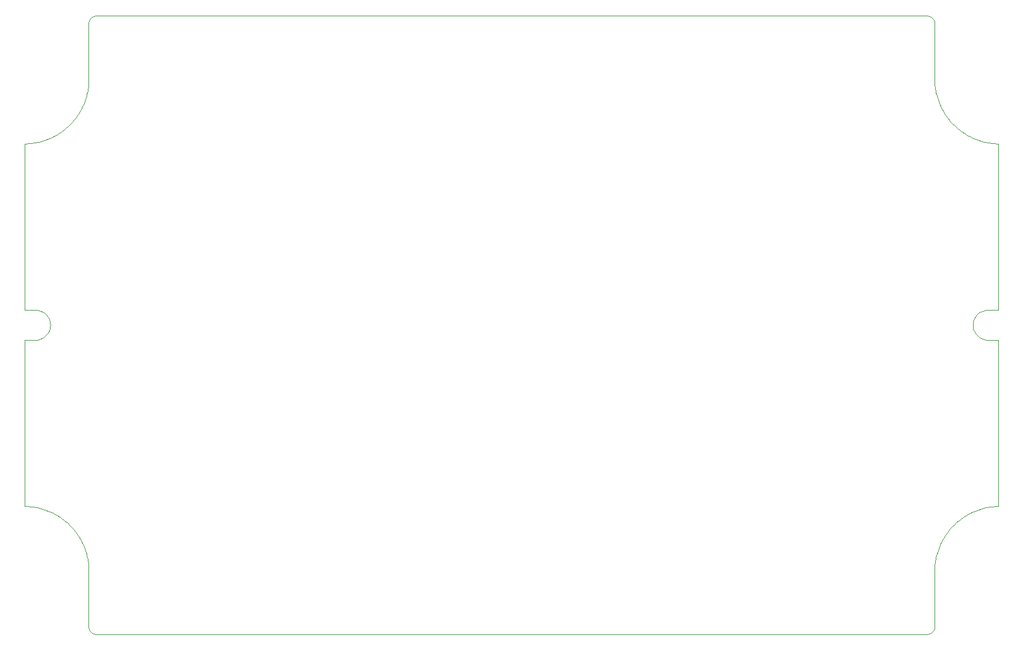
<source format=gko>
G04*
G04 #@! TF.GenerationSoftware,Altium Limited,Altium Designer,24.5.2 (23)*
G04*
G04 Layer_Color=16711935*
%FSLAX25Y25*%
%MOIN*%
G70*
G04*
G04 #@! TF.SameCoordinates,54B51B4C-3849-4939-8346-CF3DF989E6B0*
G04*
G04*
G04 #@! TF.FilePolarity,Positive*
G04*
G01*
G75*
%ADD12C,0.00394*%
D12*
X-12Y271654D02*
X995Y271681D01*
X2001Y271737D01*
X3005Y271821D01*
X4007Y271934D01*
X5005Y272074D01*
X5998Y272242D01*
X6986Y272439D01*
X7969Y272662D01*
X8945Y272914D01*
X9913Y273192D01*
X10873Y273498D01*
X11824Y273830D01*
X12766Y274189D01*
X13697Y274574D01*
X14617Y274985D01*
X15525Y275422D01*
X16420Y275884D01*
X17302Y276371D01*
X18170Y276882D01*
X19024Y277418D01*
X19862Y277977D01*
X20684Y278560D01*
X21489Y279165D01*
X22277Y279793D01*
X23048Y280443D01*
X23799Y281114D01*
X24532Y281806D01*
X25245Y282518D01*
X25937Y283250D01*
X26609Y284001D01*
X27259Y284770D01*
X27888Y285558D01*
X28494Y286363D01*
X29078Y287184D01*
X29638Y288021D01*
X30174Y288874D01*
X30687Y289742D01*
X31175Y290624D01*
X31637Y291519D01*
X32075Y292426D01*
X32487Y293346D01*
X32873Y294276D01*
X33233Y295218D01*
X33566Y296168D01*
X33873Y297128D01*
X34152Y298096D01*
X34404Y299072D01*
X34629Y300054D01*
X34826Y301042D01*
X34995Y302036D01*
X35137Y303033D01*
X35250Y304034D01*
X35335Y305038D01*
X35392Y306045D01*
X35421Y307052D01*
X35421Y308059D01*
X5906Y162992D02*
X6902Y163052D01*
X7884Y163232D01*
X8837Y163529D01*
X9748Y163939D01*
X10602Y164456D01*
X11388Y165071D01*
X12094Y165777D01*
X12710Y166563D01*
X13226Y167418D01*
X13636Y168328D01*
X13933Y169281D01*
X14113Y170263D01*
X14173Y171260D01*
X14113Y172256D01*
X13933Y173238D01*
X13636Y174192D01*
X13226Y175102D01*
X12710Y175956D01*
X12094Y176742D01*
X11388Y177448D01*
X10602Y178064D01*
X9748Y178580D01*
X8837Y178990D01*
X7884Y179287D01*
X6902Y179467D01*
X5906Y179528D01*
X533465D02*
X532468Y179467D01*
X531486Y179287D01*
X530533Y178990D01*
X529622Y178580D01*
X528768Y178064D01*
X527982Y177448D01*
X527276Y176742D01*
X526660Y175956D01*
X526144Y175102D01*
X525734Y174192D01*
X525437Y173238D01*
X525257Y172256D01*
X525197Y171260D01*
X525257Y170263D01*
X525437Y169281D01*
X525734Y168328D01*
X526144Y167418D01*
X526660Y166563D01*
X527276Y165777D01*
X527982Y165071D01*
X528768Y164456D01*
X529622Y163939D01*
X530533Y163529D01*
X531486Y163232D01*
X532468Y163052D01*
X533465Y162992D01*
X35421Y34461D02*
X35421Y35468D01*
X35392Y36475D01*
X35335Y37481D01*
X35250Y38485D01*
X35137Y39487D01*
X34995Y40484D01*
X34826Y41478D01*
X34629Y42466D01*
X34404Y43448D01*
X34152Y44423D01*
X33873Y45391D01*
X33566Y46351D01*
X33233Y47302D01*
X32873Y48243D01*
X32487Y49174D01*
X32075Y50094D01*
X31637Y51001D01*
X31174Y51896D01*
X30687Y52778D01*
X30174Y53645D01*
X29638Y54498D01*
X29078Y55336D01*
X28494Y56157D01*
X27888Y56962D01*
X27259Y57749D01*
X26609Y58519D01*
X25937Y59270D01*
X25245Y60002D01*
X24532Y60714D01*
X23799Y61406D01*
X23047Y62077D01*
X22277Y62727D01*
X21489Y63354D01*
X20684Y63960D01*
X19862Y64543D01*
X19024Y65102D01*
X18170Y65638D01*
X17302Y66149D01*
X16420Y66636D01*
X15525Y67098D01*
X14617Y67535D01*
X13697Y67946D01*
X12766Y68331D01*
X11824Y68690D01*
X10873Y69022D01*
X9913Y69328D01*
X8945Y69606D01*
X7969Y69857D01*
X6986Y70081D01*
X5998Y70277D01*
X5004Y70446D01*
X4007Y70586D01*
X3005Y70698D01*
X2001Y70782D01*
X995Y70838D01*
X-12Y70866D01*
X39370Y342520D02*
X38351Y342386D01*
X37402Y341992D01*
X36586Y341367D01*
X35961Y340551D01*
X35567Y339602D01*
X35433Y338583D01*
X539382Y70866D02*
X538375Y70838D01*
X537369Y70782D01*
X536365Y70698D01*
X535363Y70586D01*
X534366Y70446D01*
X533372Y70277D01*
X532384Y70081D01*
X531401Y69857D01*
X530426Y69606D01*
X529457Y69328D01*
X528497Y69022D01*
X527546Y68690D01*
X526604Y68331D01*
X525673Y67946D01*
X524753Y67535D01*
X523845Y67098D01*
X522950Y66636D01*
X522068Y66149D01*
X521200Y65638D01*
X520346Y65102D01*
X519508Y64543D01*
X518686Y63960D01*
X517881Y63354D01*
X517093Y62727D01*
X516323Y62077D01*
X515571Y61406D01*
X514838Y60714D01*
X514126Y60002D01*
X513433Y59270D01*
X512761Y58519D01*
X512111Y57749D01*
X511482Y56962D01*
X510876Y56157D01*
X510292Y55336D01*
X509732Y54498D01*
X509196Y53645D01*
X508683Y52778D01*
X508195Y51896D01*
X507733Y51001D01*
X507295Y50094D01*
X506883Y49174D01*
X506497Y48243D01*
X506137Y47302D01*
X505804Y46351D01*
X505498Y45391D01*
X505218Y44423D01*
X504966Y43448D01*
X504741Y42466D01*
X504544Y41478D01*
X504375Y40484D01*
X504234Y39487D01*
X504120Y38485D01*
X504035Y37481D01*
X503978Y36475D01*
X503949Y35468D01*
X503949Y34461D01*
X35433Y3937D02*
X35567Y2918D01*
X35961Y1969D01*
X36586Y1153D01*
X37402Y527D01*
X38351Y134D01*
X39370Y0D01*
X503937Y338583D02*
X503803Y339602D01*
X503410Y340551D01*
X502784Y341367D01*
X501968Y341992D01*
X501019Y342386D01*
X500000Y342520D01*
Y0D02*
X501019Y134D01*
X501968Y527D01*
X502784Y1153D01*
X503410Y1969D01*
X503803Y2918D01*
X503937Y3937D01*
X503951Y308057D02*
X503951Y307050D01*
X503980Y306043D01*
X504037Y305037D01*
X504122Y304033D01*
X504235Y303032D01*
X504377Y302034D01*
X504546Y301041D01*
X504743Y300053D01*
X504967Y299071D01*
X505220Y298095D01*
X505499Y297128D01*
X505805Y296168D01*
X506139Y295217D01*
X506498Y294276D01*
X506884Y293345D01*
X507296Y292426D01*
X507734Y291518D01*
X508197Y290623D01*
X508685Y289742D01*
X509197Y288874D01*
X509733Y288021D01*
X510293Y287184D01*
X510877Y286363D01*
X511483Y285558D01*
X512112Y284771D01*
X512762Y284001D01*
X513434Y283250D01*
X514126Y282519D01*
X514839Y281806D01*
X515571Y281115D01*
X516323Y280444D01*
X517093Y279794D01*
X517881Y279166D01*
X518686Y278561D01*
X519508Y277978D01*
X520346Y277419D01*
X521200Y276883D01*
X522068Y276372D01*
X522950Y275885D01*
X523845Y275423D01*
X524753Y274986D01*
X525673Y274575D01*
X526604Y274190D01*
X527545Y273831D01*
X528497Y273499D01*
X529457Y273194D01*
X530425Y272915D01*
X531400Y272664D01*
X532383Y272440D01*
X533371Y272244D01*
X534365Y272076D01*
X535362Y271936D01*
X536363Y271823D01*
X537367Y271739D01*
X538373Y271683D01*
X539380Y271655D01*
X-12Y179539D02*
Y271654D01*
X503949Y3949D02*
Y34461D01*
X0Y70878D02*
Y162992D01*
X533465Y162992D02*
X539370D01*
X39370Y0D02*
X500000D01*
X35421Y3949D02*
Y34461D01*
X539380Y271655D02*
X539382Y271654D01*
X533465Y179527D02*
X539370D01*
X503949Y338571D02*
X503951Y308057D01*
X539370Y179527D02*
Y271645D01*
X0Y162992D02*
X5906D01*
X39370Y342520D02*
X500000D01*
X539370Y70878D02*
Y162992D01*
X0Y179528D02*
X5906D01*
X35421Y308059D02*
Y338571D01*
M02*

</source>
